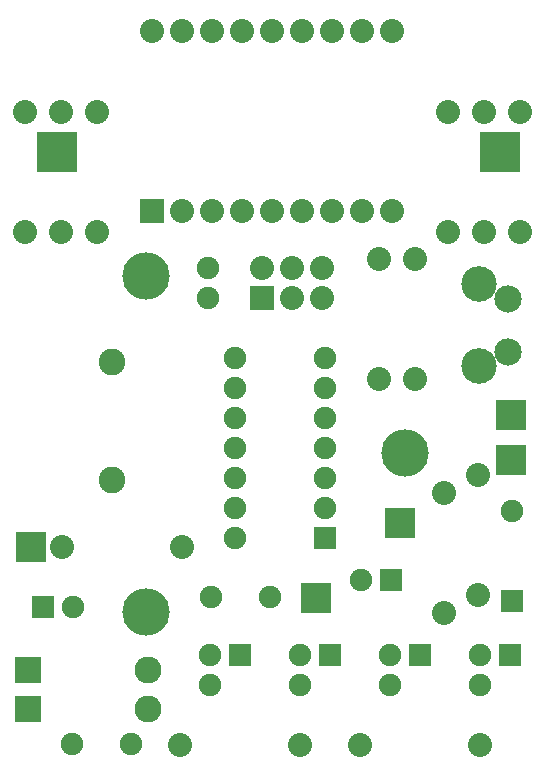
<source format=gbs>
G04 (created by PCBNEW-RS274X (2011-05-25)-stable) date Sun 28 Jul 2013 21:18:55 BST*
G01*
G70*
G90*
%MOIN*%
G04 Gerber Fmt 3.4, Leading zero omitted, Abs format*
%FSLAX34Y34*%
G04 APERTURE LIST*
%ADD10C,0.006000*%
%ADD11R,0.138100X0.138100*%
%ADD12C,0.157800*%
%ADD13C,0.118400*%
%ADD14C,0.090900*%
%ADD15R,0.075000X0.075000*%
%ADD16C,0.075000*%
%ADD17R,0.080000X0.080000*%
%ADD18C,0.080000*%
%ADD19R,0.098700X0.098700*%
%ADD20C,0.088900*%
%ADD21C,0.090000*%
%ADD22R,0.090000X0.090000*%
G04 APERTURE END LIST*
G54D10*
G54D11*
X27165Y-16732D03*
X12402Y-16732D03*
G54D12*
X15354Y-32086D03*
X24016Y-26771D03*
X15354Y-20866D03*
G54D13*
X26457Y-21142D03*
G54D14*
X27441Y-21634D03*
X27441Y-23406D03*
G54D13*
X26457Y-23898D03*
G54D15*
X23533Y-31017D03*
G54D16*
X22533Y-31017D03*
G54D15*
X27500Y-33500D03*
G54D16*
X26500Y-33500D03*
X26500Y-34500D03*
G54D17*
X15551Y-18701D03*
G54D18*
X16551Y-18701D03*
X17551Y-18701D03*
X18551Y-18701D03*
X19551Y-18701D03*
X20551Y-18701D03*
X21551Y-18701D03*
X22551Y-18701D03*
X23551Y-18701D03*
X23551Y-12701D03*
X22551Y-12701D03*
X21551Y-12701D03*
X20551Y-12701D03*
X19551Y-12701D03*
X18551Y-12701D03*
X17551Y-12701D03*
X16551Y-12701D03*
X15551Y-12701D03*
G54D15*
X21333Y-29617D03*
G54D16*
X21333Y-28617D03*
X21333Y-27617D03*
X21333Y-26617D03*
X21333Y-25617D03*
X21333Y-24617D03*
X21333Y-23617D03*
X18333Y-23617D03*
X18333Y-24617D03*
X18333Y-25617D03*
X18333Y-26617D03*
X18333Y-27617D03*
X18333Y-28617D03*
X18333Y-29617D03*
G54D17*
X19233Y-21617D03*
G54D18*
X19233Y-20617D03*
X20233Y-21617D03*
X20233Y-20617D03*
X21233Y-21617D03*
X21233Y-20617D03*
G54D15*
X24500Y-33500D03*
G54D16*
X23500Y-33500D03*
X23500Y-34500D03*
G54D15*
X21500Y-33500D03*
G54D16*
X20500Y-33500D03*
X20500Y-34500D03*
G54D15*
X18500Y-33500D03*
G54D16*
X17500Y-33500D03*
X17500Y-34500D03*
G54D15*
X27559Y-31716D03*
G54D16*
X27559Y-28716D03*
G54D15*
X11933Y-31917D03*
G54D16*
X12933Y-31917D03*
X17520Y-31594D03*
X19488Y-31594D03*
X14882Y-36496D03*
X12914Y-36496D03*
G54D19*
X21033Y-31617D03*
X27533Y-25517D03*
X23833Y-29117D03*
X27533Y-27017D03*
X11533Y-29917D03*
G54D16*
X17433Y-20617D03*
X17433Y-21617D03*
G54D20*
X14233Y-23748D03*
X14233Y-27686D03*
G54D21*
X15433Y-35317D03*
G54D22*
X11433Y-35317D03*
G54D21*
X15433Y-34017D03*
G54D22*
X11433Y-34017D03*
G54D18*
X24333Y-20317D03*
X24333Y-24317D03*
X26500Y-36500D03*
X22500Y-36500D03*
X11333Y-19417D03*
X11333Y-15417D03*
X12533Y-19417D03*
X12533Y-15417D03*
X13733Y-19417D03*
X13733Y-15417D03*
X25433Y-19417D03*
X25433Y-15417D03*
X26633Y-19417D03*
X26633Y-15417D03*
X27833Y-19417D03*
X27833Y-15417D03*
X23133Y-24317D03*
X23133Y-20317D03*
X12567Y-29921D03*
X16567Y-29921D03*
X20500Y-36500D03*
X16500Y-36500D03*
X26433Y-27517D03*
X26433Y-31517D03*
X25295Y-28118D03*
X25295Y-32118D03*
M02*

</source>
